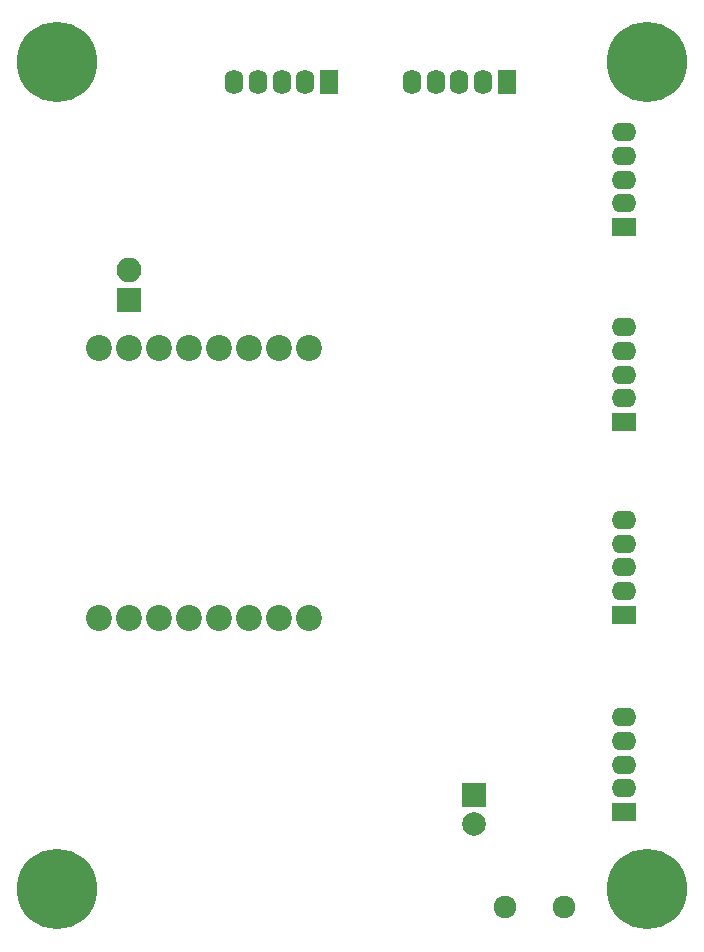
<source format=gbs>
G04 #@! TF.FileFunction,Soldermask,Bot*
%FSLAX46Y46*%
G04 Gerber Fmt 4.6, Leading zero omitted, Abs format (unit mm)*
G04 Created by KiCad (PCBNEW 4.0.5) date Sunday, 26 February 2017 'PMt' 14:45:35*
%MOMM*%
%LPD*%
G01*
G04 APERTURE LIST*
%ADD10C,0.100000*%
%ADD11C,6.800000*%
%ADD12C,2.200000*%
%ADD13R,2.000000X2.000000*%
%ADD14C,2.000000*%
%ADD15R,2.100000X1.600000*%
%ADD16O,2.100000X1.600000*%
%ADD17R,1.600000X2.100000*%
%ADD18O,1.600000X2.100000*%
%ADD19R,2.100000X2.100000*%
%ADD20O,2.100000X2.100000*%
%ADD21C,1.924000*%
G04 APERTURE END LIST*
D10*
D11*
X145000000Y-65000000D03*
X195000000Y-65000000D03*
X195000000Y-135000000D03*
D12*
X166370000Y-89217500D03*
X163830000Y-89217500D03*
X161290000Y-89217500D03*
X158750000Y-89217500D03*
X156210000Y-89217500D03*
X153670000Y-89217500D03*
X151130000Y-89217500D03*
X148590000Y-89217500D03*
X148590000Y-112077500D03*
X151130000Y-112077500D03*
X153670000Y-112077500D03*
X156210000Y-112077500D03*
X158750000Y-112077500D03*
X161290000Y-112077500D03*
X163830000Y-112077500D03*
X166370000Y-112077500D03*
D13*
X180340000Y-127000000D03*
D14*
X180340000Y-129500000D03*
D15*
X193040000Y-128460000D03*
D16*
X193040000Y-126460000D03*
X193040000Y-124460000D03*
X193040000Y-122460000D03*
X193040000Y-120460000D03*
D15*
X193040000Y-111760000D03*
D16*
X193040000Y-109760000D03*
X193040000Y-107760000D03*
X193040000Y-105760000D03*
X193040000Y-103760000D03*
D15*
X193040000Y-95440000D03*
D16*
X193040000Y-93440000D03*
X193040000Y-91440000D03*
X193040000Y-89440000D03*
X193040000Y-87440000D03*
D15*
X193040000Y-78930000D03*
D16*
X193040000Y-76930000D03*
X193040000Y-74930000D03*
X193040000Y-72930000D03*
X193040000Y-70930000D03*
D17*
X168020000Y-66675000D03*
D18*
X166020000Y-66675000D03*
X164020000Y-66675000D03*
X162020000Y-66675000D03*
X160020000Y-66675000D03*
D17*
X183070000Y-66675000D03*
D18*
X181070000Y-66675000D03*
X179070000Y-66675000D03*
X177070000Y-66675000D03*
X175070000Y-66675000D03*
D19*
X151130000Y-85090000D03*
D20*
X151130000Y-82550000D03*
D21*
X187920000Y-136525000D03*
X182920000Y-136525000D03*
D11*
X145000000Y-135000000D03*
M02*

</source>
